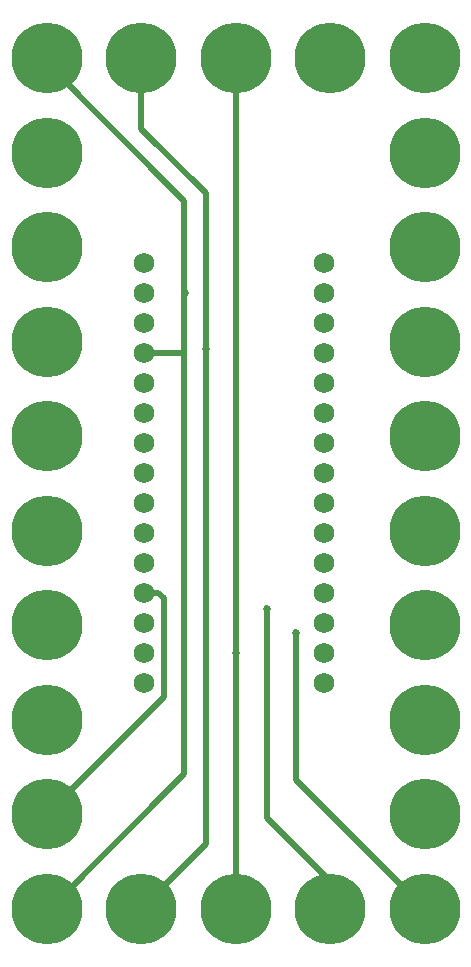
<source format=gbl>
%TF.GenerationSoftware,KiCad,Pcbnew,4.0.5-e0-6337~49~ubuntu16.04.1*%
%TF.CreationDate,2017-02-03T12:40:07-08:00*%
%TF.ProjectId,5x10-Arduino-Nano-Breakout,357831302D41726475696E6F2D4E616E,1.0*%
%TF.FileFunction,Copper,L2,Bot,Signal*%
%FSLAX46Y46*%
G04 Gerber Fmt 4.6, Leading zero omitted, Abs format (unit mm)*
G04 Created by KiCad (PCBNEW 4.0.5-e0-6337~49~ubuntu16.04.1) date Fri Feb  3 12:40:07 2017*
%MOMM*%
%LPD*%
G01*
G04 APERTURE LIST*
%ADD10C,0.350000*%
%ADD11C,1.727200*%
%ADD12C,6.000000*%
%ADD13C,0.685800*%
%ADD14C,0.508000*%
%ADD15C,0.330200*%
%ADD16C,0.350000*%
G04 APERTURE END LIST*
D10*
D11*
X124997000Y-119280500D03*
X124997000Y-116740500D03*
X124997000Y-114200500D03*
X124997000Y-111660500D03*
X124997000Y-109120500D03*
X124997000Y-106580500D03*
X124997000Y-104040500D03*
X124997000Y-101500500D03*
X124997000Y-98960500D03*
X124997000Y-96420500D03*
X124997000Y-93880500D03*
X124997000Y-91340500D03*
X124997000Y-88800500D03*
X124997000Y-86260500D03*
X109757000Y-86260500D03*
X109757000Y-93880500D03*
X109757000Y-114200500D03*
X109757000Y-98960500D03*
X109757000Y-96420500D03*
X109757000Y-116740500D03*
X109757000Y-109120500D03*
X109757000Y-119280500D03*
X109757000Y-106580500D03*
X109757000Y-104040500D03*
X109757000Y-101500500D03*
X109757000Y-111660500D03*
X109757000Y-88800500D03*
X109757000Y-91340500D03*
D12*
X101550000Y-98410000D03*
X101551000Y-106410000D03*
X101551000Y-122410000D03*
X101551000Y-90410000D03*
X101551000Y-130410000D03*
X101551000Y-114410000D03*
X101550000Y-82410000D03*
X101550000Y-74410000D03*
X101551000Y-138410000D03*
X109550000Y-138410000D03*
X117550000Y-138410000D03*
X125550000Y-138410000D03*
X117550000Y-66410000D03*
X125550000Y-66410000D03*
X101551000Y-66410000D03*
X109550000Y-66410000D03*
X133550000Y-66410000D03*
X133550000Y-74410000D03*
X133550000Y-82410000D03*
X133550000Y-90410000D03*
X133550000Y-98410000D03*
X133550000Y-106410000D03*
X133550000Y-114410000D03*
X133550000Y-122410000D03*
X133550000Y-130410000D03*
X133550000Y-138410000D03*
D11*
X109757000Y-83720500D03*
X124997000Y-83720500D03*
D13*
X120200000Y-113020000D03*
X122680000Y-115050000D03*
X117550000Y-116750000D03*
X115000000Y-91010000D03*
X113249500Y-86260500D03*
D14*
X111450000Y-112130000D02*
X111450000Y-120511000D01*
X111450000Y-120511000D02*
X101551000Y-130410000D01*
X110980500Y-111660500D02*
X111450000Y-112130000D01*
X109757000Y-111660500D02*
X110980500Y-111660500D01*
X120200000Y-130710000D02*
X120200000Y-113020000D01*
X125550000Y-136060000D02*
X120200000Y-130710000D01*
X125550000Y-138410000D02*
X125550000Y-136060000D01*
X122680000Y-115050000D02*
X122680000Y-127540000D01*
X122680000Y-127540000D02*
X133550000Y-138410000D01*
X117550000Y-116750000D02*
X117550000Y-66410000D01*
X117550000Y-138410000D02*
X117550000Y-116750000D01*
X115000000Y-91010000D02*
X115000000Y-132960000D01*
X115000000Y-132960000D02*
X109550000Y-138410000D01*
X113220000Y-127020000D02*
X113220000Y-91280000D01*
X113220000Y-91280000D02*
X113220000Y-87877500D01*
X109757000Y-91340500D02*
X113159500Y-91340500D01*
X113159500Y-91340500D02*
X113220000Y-91280000D01*
X101830000Y-138410000D02*
X113220000Y-127020000D01*
X101551000Y-138410000D02*
X101830000Y-138410000D01*
X115000000Y-83840000D02*
X115000000Y-91010000D01*
X115000000Y-77870000D02*
X115000000Y-83840000D01*
X109550000Y-72420000D02*
X115000000Y-77870000D01*
X109550000Y-66410000D02*
X109550000Y-72420000D01*
X113220000Y-78520000D02*
X113220000Y-87877500D01*
X101551000Y-66851000D02*
X113220000Y-78520000D01*
X101551000Y-66410000D02*
X101551000Y-66851000D01*
D15*
X120200000Y-113020000D03*
X122680000Y-115050000D03*
X117550000Y-116750000D03*
X115000000Y-91010000D03*
X113249500Y-86260500D03*
D16*
X124997000Y-119280500D03*
X124997000Y-116740500D03*
X124997000Y-114200500D03*
X124997000Y-111660500D03*
X124997000Y-109120500D03*
X124997000Y-106580500D03*
X124997000Y-104040500D03*
X124997000Y-101500500D03*
X124997000Y-98960500D03*
X124997000Y-96420500D03*
X124997000Y-93880500D03*
X124997000Y-91340500D03*
X124997000Y-88800500D03*
X124997000Y-86260500D03*
X109757000Y-86260500D03*
X109757000Y-93880500D03*
X109757000Y-114200500D03*
X109757000Y-98960500D03*
X109757000Y-96420500D03*
X109757000Y-116740500D03*
X109757000Y-109120500D03*
X109757000Y-119280500D03*
X109757000Y-106580500D03*
X109757000Y-104040500D03*
X109757000Y-101500500D03*
X109757000Y-111660500D03*
X109757000Y-88800500D03*
X109757000Y-91340500D03*
X101550000Y-98410000D03*
X101551000Y-106410000D03*
X101551000Y-122410000D03*
X101551000Y-90410000D03*
X101551000Y-130410000D03*
X101551000Y-114410000D03*
X101550000Y-82410000D03*
X101550000Y-74410000D03*
X101551000Y-138410000D03*
X109550000Y-138410000D03*
X117550000Y-138410000D03*
X125550000Y-138410000D03*
X117550000Y-66410000D03*
X125550000Y-66410000D03*
X101551000Y-66410000D03*
X109550000Y-66410000D03*
X133550000Y-66410000D03*
X133550000Y-74410000D03*
X133550000Y-82410000D03*
X133550000Y-90410000D03*
X133550000Y-98410000D03*
X133550000Y-106410000D03*
X133550000Y-114410000D03*
X133550000Y-122410000D03*
X133550000Y-130410000D03*
X133550000Y-138410000D03*
X109757000Y-83720500D03*
X124997000Y-83720500D03*
M02*

</source>
